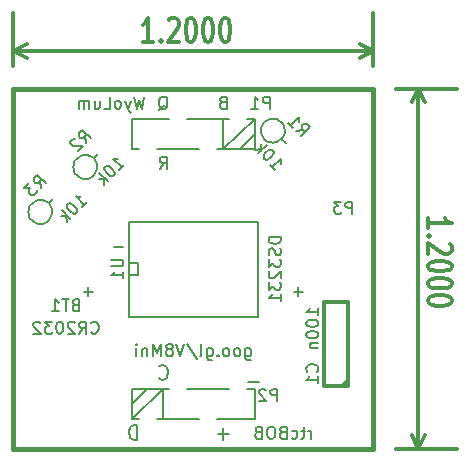
<source format=gbo>
G04 (created by PCBNEW-RS274X (2010-05-05 BZR 2356)-stable) date 12/23/10 16:21:38*
G01*
G70*
G90*
%MOIN*%
G04 Gerber Fmt 3.4, Leading zero omitted, Abs format*
%FSLAX34Y34*%
G04 APERTURE LIST*
%ADD10C,0.005000*%
%ADD11C,0.006000*%
%ADD12C,0.012000*%
%ADD13C,0.015000*%
%ADD14C,0.008000*%
%ADD15C,0.007500*%
G04 APERTURE END LIST*
G54D10*
G54D11*
X17733Y-18645D02*
X17733Y-18969D01*
X17752Y-19007D01*
X17771Y-19026D01*
X17810Y-19045D01*
X17867Y-19045D01*
X17905Y-19026D01*
X17733Y-18893D02*
X17771Y-18912D01*
X17848Y-18912D01*
X17886Y-18893D01*
X17905Y-18874D01*
X17924Y-18836D01*
X17924Y-18721D01*
X17905Y-18683D01*
X17886Y-18664D01*
X17848Y-18645D01*
X17771Y-18645D01*
X17733Y-18664D01*
X17486Y-18912D02*
X17524Y-18893D01*
X17543Y-18874D01*
X17562Y-18836D01*
X17562Y-18721D01*
X17543Y-18683D01*
X17524Y-18664D01*
X17486Y-18645D01*
X17428Y-18645D01*
X17390Y-18664D01*
X17371Y-18683D01*
X17352Y-18721D01*
X17352Y-18836D01*
X17371Y-18874D01*
X17390Y-18893D01*
X17428Y-18912D01*
X17486Y-18912D01*
X17124Y-18912D02*
X17162Y-18893D01*
X17181Y-18874D01*
X17200Y-18836D01*
X17200Y-18721D01*
X17181Y-18683D01*
X17162Y-18664D01*
X17124Y-18645D01*
X17066Y-18645D01*
X17028Y-18664D01*
X17009Y-18683D01*
X16990Y-18721D01*
X16990Y-18836D01*
X17009Y-18874D01*
X17028Y-18893D01*
X17066Y-18912D01*
X17124Y-18912D01*
X16819Y-18874D02*
X16800Y-18893D01*
X16819Y-18912D01*
X16838Y-18893D01*
X16819Y-18874D01*
X16819Y-18912D01*
X16457Y-18645D02*
X16457Y-18969D01*
X16476Y-19007D01*
X16495Y-19026D01*
X16534Y-19045D01*
X16591Y-19045D01*
X16629Y-19026D01*
X16457Y-18893D02*
X16495Y-18912D01*
X16572Y-18912D01*
X16610Y-18893D01*
X16629Y-18874D01*
X16648Y-18836D01*
X16648Y-18721D01*
X16629Y-18683D01*
X16610Y-18664D01*
X16572Y-18645D01*
X16495Y-18645D01*
X16457Y-18664D01*
X16210Y-18912D02*
X16248Y-18893D01*
X16267Y-18855D01*
X16267Y-18512D01*
X15771Y-18493D02*
X16114Y-19007D01*
X15695Y-18512D02*
X15562Y-18912D01*
X15428Y-18512D01*
X15238Y-18683D02*
X15276Y-18664D01*
X15295Y-18645D01*
X15314Y-18607D01*
X15314Y-18588D01*
X15295Y-18550D01*
X15276Y-18531D01*
X15238Y-18512D01*
X15161Y-18512D01*
X15123Y-18531D01*
X15104Y-18550D01*
X15085Y-18588D01*
X15085Y-18607D01*
X15104Y-18645D01*
X15123Y-18664D01*
X15161Y-18683D01*
X15238Y-18683D01*
X15276Y-18702D01*
X15295Y-18721D01*
X15314Y-18760D01*
X15314Y-18836D01*
X15295Y-18874D01*
X15276Y-18893D01*
X15238Y-18912D01*
X15161Y-18912D01*
X15123Y-18893D01*
X15104Y-18874D01*
X15085Y-18836D01*
X15085Y-18760D01*
X15104Y-18721D01*
X15123Y-18702D01*
X15161Y-18683D01*
X14914Y-18912D02*
X14914Y-18512D01*
X14780Y-18798D01*
X14647Y-18512D01*
X14647Y-18912D01*
X14457Y-18645D02*
X14457Y-18912D01*
X14457Y-18683D02*
X14438Y-18664D01*
X14400Y-18645D01*
X14342Y-18645D01*
X14304Y-18664D01*
X14285Y-18702D01*
X14285Y-18912D01*
X14095Y-18912D02*
X14095Y-18645D01*
X14095Y-18512D02*
X14114Y-18531D01*
X14095Y-18550D01*
X14076Y-18531D01*
X14095Y-18512D01*
X14095Y-18550D01*
G54D12*
X23815Y-14658D02*
X23815Y-14315D01*
X23815Y-14487D02*
X24615Y-14487D01*
X24501Y-14430D01*
X24425Y-14372D01*
X24387Y-14315D01*
X23891Y-14915D02*
X23853Y-14943D01*
X23815Y-14915D01*
X23853Y-14886D01*
X23891Y-14915D01*
X23815Y-14915D01*
X24539Y-15172D02*
X24577Y-15201D01*
X24615Y-15258D01*
X24615Y-15401D01*
X24577Y-15458D01*
X24539Y-15487D01*
X24463Y-15515D01*
X24387Y-15515D01*
X24272Y-15487D01*
X23815Y-15144D01*
X23815Y-15515D01*
X24615Y-15886D02*
X24615Y-15943D01*
X24577Y-16000D01*
X24539Y-16029D01*
X24463Y-16058D01*
X24310Y-16086D01*
X24120Y-16086D01*
X23968Y-16058D01*
X23891Y-16029D01*
X23853Y-16000D01*
X23815Y-15943D01*
X23815Y-15886D01*
X23853Y-15829D01*
X23891Y-15800D01*
X23968Y-15772D01*
X24120Y-15743D01*
X24310Y-15743D01*
X24463Y-15772D01*
X24539Y-15800D01*
X24577Y-15829D01*
X24615Y-15886D01*
X24615Y-16457D02*
X24615Y-16514D01*
X24577Y-16571D01*
X24539Y-16600D01*
X24463Y-16629D01*
X24310Y-16657D01*
X24120Y-16657D01*
X23968Y-16629D01*
X23891Y-16600D01*
X23853Y-16571D01*
X23815Y-16514D01*
X23815Y-16457D01*
X23853Y-16400D01*
X23891Y-16371D01*
X23968Y-16343D01*
X24120Y-16314D01*
X24310Y-16314D01*
X24463Y-16343D01*
X24539Y-16371D01*
X24577Y-16400D01*
X24615Y-16457D01*
X24615Y-17028D02*
X24615Y-17085D01*
X24577Y-17142D01*
X24539Y-17171D01*
X24463Y-17200D01*
X24310Y-17228D01*
X24120Y-17228D01*
X23968Y-17200D01*
X23891Y-17171D01*
X23853Y-17142D01*
X23815Y-17085D01*
X23815Y-17028D01*
X23853Y-16971D01*
X23891Y-16942D01*
X23968Y-16914D01*
X24120Y-16885D01*
X24310Y-16885D01*
X24463Y-16914D01*
X24539Y-16942D01*
X24577Y-16971D01*
X24615Y-17028D01*
X23499Y-10000D02*
X23499Y-22000D01*
X22750Y-10000D02*
X24779Y-10000D01*
X22750Y-22000D02*
X24779Y-22000D01*
X23499Y-22000D02*
X23269Y-21557D01*
X23499Y-22000D02*
X23729Y-21557D01*
X23499Y-10000D02*
X23269Y-10443D01*
X23499Y-10000D02*
X23729Y-10443D01*
X14658Y-08435D02*
X14315Y-08435D01*
X14487Y-08435D02*
X14487Y-07635D01*
X14430Y-07749D01*
X14372Y-07825D01*
X14315Y-07863D01*
X14915Y-08359D02*
X14943Y-08397D01*
X14915Y-08435D01*
X14886Y-08397D01*
X14915Y-08359D01*
X14915Y-08435D01*
X15172Y-07711D02*
X15201Y-07673D01*
X15258Y-07635D01*
X15401Y-07635D01*
X15458Y-07673D01*
X15487Y-07711D01*
X15515Y-07787D01*
X15515Y-07863D01*
X15487Y-07978D01*
X15144Y-08435D01*
X15515Y-08435D01*
X15886Y-07635D02*
X15943Y-07635D01*
X16000Y-07673D01*
X16029Y-07711D01*
X16058Y-07787D01*
X16086Y-07940D01*
X16086Y-08130D01*
X16058Y-08282D01*
X16029Y-08359D01*
X16000Y-08397D01*
X15943Y-08435D01*
X15886Y-08435D01*
X15829Y-08397D01*
X15800Y-08359D01*
X15772Y-08282D01*
X15743Y-08130D01*
X15743Y-07940D01*
X15772Y-07787D01*
X15800Y-07711D01*
X15829Y-07673D01*
X15886Y-07635D01*
X16457Y-07635D02*
X16514Y-07635D01*
X16571Y-07673D01*
X16600Y-07711D01*
X16629Y-07787D01*
X16657Y-07940D01*
X16657Y-08130D01*
X16629Y-08282D01*
X16600Y-08359D01*
X16571Y-08397D01*
X16514Y-08435D01*
X16457Y-08435D01*
X16400Y-08397D01*
X16371Y-08359D01*
X16343Y-08282D01*
X16314Y-08130D01*
X16314Y-07940D01*
X16343Y-07787D01*
X16371Y-07711D01*
X16400Y-07673D01*
X16457Y-07635D01*
X17028Y-07635D02*
X17085Y-07635D01*
X17142Y-07673D01*
X17171Y-07711D01*
X17200Y-07787D01*
X17228Y-07940D01*
X17228Y-08130D01*
X17200Y-08282D01*
X17171Y-08359D01*
X17142Y-08397D01*
X17085Y-08435D01*
X17028Y-08435D01*
X16971Y-08397D01*
X16942Y-08359D01*
X16914Y-08282D01*
X16885Y-08130D01*
X16885Y-07940D01*
X16914Y-07787D01*
X16942Y-07711D01*
X16971Y-07673D01*
X17028Y-07635D01*
X10000Y-08751D02*
X22000Y-08751D01*
X10000Y-09250D02*
X10000Y-07471D01*
X22000Y-09250D02*
X22000Y-07471D01*
X22000Y-08751D02*
X21557Y-08981D01*
X22000Y-08751D02*
X21557Y-08521D01*
X10000Y-08751D02*
X10443Y-08981D01*
X10000Y-08751D02*
X10443Y-08521D01*
G54D11*
X21295Y-14162D02*
X21295Y-13762D01*
X21142Y-13762D01*
X21104Y-13781D01*
X21085Y-13800D01*
X21066Y-13838D01*
X21066Y-13895D01*
X21085Y-13933D01*
X21104Y-13952D01*
X21142Y-13971D01*
X21295Y-13971D01*
X20933Y-13762D02*
X20685Y-13762D01*
X20819Y-13914D01*
X20761Y-13914D01*
X20723Y-13933D01*
X20704Y-13952D01*
X20685Y-13990D01*
X20685Y-14086D01*
X20704Y-14124D01*
X20723Y-14143D01*
X20761Y-14162D01*
X20876Y-14162D01*
X20914Y-14143D01*
X20933Y-14124D01*
X13652Y-15260D02*
X13347Y-15260D01*
X19652Y-16760D02*
X19347Y-16760D01*
X19499Y-16912D02*
X19499Y-16607D01*
X12652Y-16760D02*
X12347Y-16760D01*
X12499Y-16912D02*
X12499Y-16607D01*
X12588Y-18124D02*
X12607Y-18143D01*
X12664Y-18162D01*
X12702Y-18162D01*
X12760Y-18143D01*
X12798Y-18105D01*
X12817Y-18067D01*
X12836Y-17990D01*
X12836Y-17933D01*
X12817Y-17857D01*
X12798Y-17819D01*
X12760Y-17781D01*
X12702Y-17762D01*
X12664Y-17762D01*
X12607Y-17781D01*
X12588Y-17800D01*
X12188Y-18162D02*
X12322Y-17971D01*
X12417Y-18162D02*
X12417Y-17762D01*
X12264Y-17762D01*
X12226Y-17781D01*
X12207Y-17800D01*
X12188Y-17838D01*
X12188Y-17895D01*
X12207Y-17933D01*
X12226Y-17952D01*
X12264Y-17971D01*
X12417Y-17971D01*
X12036Y-17800D02*
X12017Y-17781D01*
X11979Y-17762D01*
X11883Y-17762D01*
X11845Y-17781D01*
X11826Y-17800D01*
X11807Y-17838D01*
X11807Y-17876D01*
X11826Y-17933D01*
X12055Y-18162D01*
X11807Y-18162D01*
X11560Y-17762D02*
X11521Y-17762D01*
X11483Y-17781D01*
X11464Y-17800D01*
X11445Y-17838D01*
X11426Y-17914D01*
X11426Y-18010D01*
X11445Y-18086D01*
X11464Y-18124D01*
X11483Y-18143D01*
X11521Y-18162D01*
X11560Y-18162D01*
X11598Y-18143D01*
X11617Y-18124D01*
X11636Y-18086D01*
X11655Y-18010D01*
X11655Y-17914D01*
X11636Y-17838D01*
X11617Y-17800D01*
X11598Y-17781D01*
X11560Y-17762D01*
X11293Y-17762D02*
X11045Y-17762D01*
X11179Y-17914D01*
X11121Y-17914D01*
X11083Y-17933D01*
X11064Y-17952D01*
X11045Y-17990D01*
X11045Y-18086D01*
X11064Y-18124D01*
X11083Y-18143D01*
X11121Y-18162D01*
X11236Y-18162D01*
X11274Y-18143D01*
X11293Y-18124D01*
X10893Y-17800D02*
X10874Y-17781D01*
X10836Y-17762D01*
X10740Y-17762D01*
X10702Y-17781D01*
X10683Y-17800D01*
X10664Y-17838D01*
X10664Y-17876D01*
X10683Y-17933D01*
X10912Y-18162D01*
X10664Y-18162D01*
X12064Y-17202D02*
X12007Y-17221D01*
X11988Y-17240D01*
X11969Y-17279D01*
X11969Y-17336D01*
X11988Y-17374D01*
X12007Y-17393D01*
X12045Y-17412D01*
X12198Y-17412D01*
X12198Y-17012D01*
X12064Y-17012D01*
X12026Y-17031D01*
X12007Y-17050D01*
X11988Y-17088D01*
X11988Y-17126D01*
X12007Y-17164D01*
X12026Y-17183D01*
X12064Y-17202D01*
X12198Y-17202D01*
X11855Y-17012D02*
X11626Y-17012D01*
X11741Y-17412D02*
X11741Y-17012D01*
X11283Y-17412D02*
X11512Y-17412D01*
X11398Y-17412D02*
X11398Y-17012D01*
X11436Y-17069D01*
X11474Y-17107D01*
X11512Y-17126D01*
G54D13*
X10000Y-22000D02*
X10000Y-10000D01*
X22000Y-22000D02*
X10000Y-22000D01*
X22000Y-10000D02*
X22000Y-22000D01*
X10000Y-10000D02*
X22000Y-10000D01*
G54D11*
X14364Y-10262D02*
X14269Y-10662D01*
X14192Y-10376D01*
X14116Y-10662D01*
X14021Y-10262D01*
X13907Y-10395D02*
X13812Y-10662D01*
X13716Y-10395D02*
X13812Y-10662D01*
X13850Y-10757D01*
X13869Y-10776D01*
X13907Y-10795D01*
X13507Y-10662D02*
X13545Y-10643D01*
X13564Y-10624D01*
X13583Y-10586D01*
X13583Y-10471D01*
X13564Y-10433D01*
X13545Y-10414D01*
X13507Y-10395D01*
X13449Y-10395D01*
X13411Y-10414D01*
X13392Y-10433D01*
X13373Y-10471D01*
X13373Y-10586D01*
X13392Y-10624D01*
X13411Y-10643D01*
X13449Y-10662D01*
X13507Y-10662D01*
X13011Y-10662D02*
X13202Y-10662D01*
X13202Y-10262D01*
X12706Y-10395D02*
X12706Y-10662D01*
X12878Y-10395D02*
X12878Y-10605D01*
X12859Y-10643D01*
X12821Y-10662D01*
X12763Y-10662D01*
X12725Y-10643D01*
X12706Y-10624D01*
X12516Y-10662D02*
X12516Y-10395D01*
X12516Y-10433D02*
X12497Y-10414D01*
X12459Y-10395D01*
X12401Y-10395D01*
X12363Y-10414D01*
X12344Y-10452D01*
X12344Y-10662D01*
X12344Y-10452D02*
X12325Y-10414D01*
X12287Y-10395D01*
X12230Y-10395D01*
X12192Y-10414D01*
X12173Y-10452D01*
X12173Y-10662D01*
X19924Y-21662D02*
X19924Y-21395D01*
X19924Y-21471D02*
X19905Y-21433D01*
X19886Y-21414D01*
X19848Y-21395D01*
X19809Y-21395D01*
X19733Y-21395D02*
X19581Y-21395D01*
X19676Y-21262D02*
X19676Y-21605D01*
X19657Y-21643D01*
X19619Y-21662D01*
X19581Y-21662D01*
X19275Y-21643D02*
X19313Y-21662D01*
X19390Y-21662D01*
X19428Y-21643D01*
X19447Y-21624D01*
X19466Y-21586D01*
X19466Y-21471D01*
X19447Y-21433D01*
X19428Y-21414D01*
X19390Y-21395D01*
X19313Y-21395D01*
X19275Y-21414D01*
X18970Y-21452D02*
X18913Y-21471D01*
X18894Y-21490D01*
X18875Y-21529D01*
X18875Y-21586D01*
X18894Y-21624D01*
X18913Y-21643D01*
X18951Y-21662D01*
X19104Y-21662D01*
X19104Y-21262D01*
X18970Y-21262D01*
X18932Y-21281D01*
X18913Y-21300D01*
X18894Y-21338D01*
X18894Y-21376D01*
X18913Y-21414D01*
X18932Y-21433D01*
X18970Y-21452D01*
X19104Y-21452D01*
X18628Y-21262D02*
X18551Y-21262D01*
X18513Y-21281D01*
X18475Y-21319D01*
X18456Y-21395D01*
X18456Y-21529D01*
X18475Y-21605D01*
X18513Y-21643D01*
X18551Y-21662D01*
X18628Y-21662D01*
X18666Y-21643D01*
X18704Y-21605D01*
X18723Y-21529D01*
X18723Y-21395D01*
X18704Y-21319D01*
X18666Y-21281D01*
X18628Y-21262D01*
X18151Y-21452D02*
X18094Y-21471D01*
X18075Y-21490D01*
X18056Y-21529D01*
X18056Y-21586D01*
X18075Y-21624D01*
X18094Y-21643D01*
X18132Y-21662D01*
X18285Y-21662D01*
X18285Y-21262D01*
X18151Y-21262D01*
X18113Y-21281D01*
X18094Y-21300D01*
X18075Y-21338D01*
X18075Y-21376D01*
X18094Y-21414D01*
X18113Y-21433D01*
X18151Y-21452D01*
X18285Y-21452D01*
X16971Y-10452D02*
X16914Y-10471D01*
X16895Y-10490D01*
X16876Y-10529D01*
X16876Y-10586D01*
X16895Y-10624D01*
X16914Y-10643D01*
X16952Y-10662D01*
X17105Y-10662D01*
X17105Y-10262D01*
X16971Y-10262D01*
X16933Y-10281D01*
X16914Y-10300D01*
X16895Y-10338D01*
X16895Y-10376D01*
X16914Y-10414D01*
X16933Y-10433D01*
X16971Y-10452D01*
X17105Y-10452D01*
X14847Y-10700D02*
X14885Y-10681D01*
X14923Y-10643D01*
X14980Y-10586D01*
X15019Y-10567D01*
X15057Y-10567D01*
X15038Y-10662D02*
X15076Y-10643D01*
X15114Y-10605D01*
X15133Y-10529D01*
X15133Y-10395D01*
X15114Y-10319D01*
X15076Y-10281D01*
X15038Y-10262D01*
X14961Y-10262D01*
X14923Y-10281D01*
X14885Y-10319D01*
X14866Y-10395D01*
X14866Y-10529D01*
X14885Y-10605D01*
X14923Y-10643D01*
X14961Y-10662D01*
X15038Y-10662D01*
X14876Y-12662D02*
X15010Y-12471D01*
X15105Y-12662D02*
X15105Y-12262D01*
X14952Y-12262D01*
X14914Y-12281D01*
X14895Y-12300D01*
X14876Y-12338D01*
X14876Y-12395D01*
X14895Y-12433D01*
X14914Y-12452D01*
X14952Y-12471D01*
X15105Y-12471D01*
G54D14*
X18190Y-19762D02*
X17809Y-19762D01*
X17190Y-21512D02*
X16809Y-21512D01*
X16999Y-21702D02*
X16999Y-21321D01*
X14845Y-19655D02*
X14869Y-19679D01*
X14940Y-19702D01*
X14988Y-19702D01*
X15060Y-19679D01*
X15107Y-19631D01*
X15131Y-19583D01*
X15155Y-19488D01*
X15155Y-19417D01*
X15131Y-19321D01*
X15107Y-19274D01*
X15060Y-19226D01*
X14988Y-19202D01*
X14940Y-19202D01*
X14869Y-19226D01*
X14845Y-19250D01*
X14131Y-21702D02*
X14131Y-21202D01*
X14012Y-21202D01*
X13940Y-21226D01*
X13893Y-21274D01*
X13869Y-21321D01*
X13845Y-21417D01*
X13845Y-21488D01*
X13869Y-21583D01*
X13893Y-21631D01*
X13940Y-21679D01*
X14012Y-21702D01*
X14131Y-21702D01*
G54D12*
X21150Y-19900D02*
X21150Y-17100D01*
X21150Y-17100D02*
X20350Y-17100D01*
X20350Y-17100D02*
X20350Y-19900D01*
X20350Y-19900D02*
X21150Y-19900D01*
X20950Y-19900D02*
X21150Y-19700D01*
G54D15*
X18929Y-11679D02*
X19071Y-11821D01*
X19044Y-11396D02*
X19036Y-11473D01*
X19013Y-11547D01*
X18977Y-11616D01*
X18928Y-11676D01*
X18868Y-11725D01*
X18800Y-11762D01*
X18726Y-11785D01*
X18648Y-11793D01*
X18572Y-11786D01*
X18497Y-11765D01*
X18429Y-11729D01*
X18368Y-11680D01*
X18318Y-11620D01*
X18281Y-11552D01*
X18257Y-11478D01*
X18249Y-11401D01*
X18255Y-11325D01*
X18276Y-11250D01*
X18312Y-11181D01*
X18360Y-11120D01*
X18419Y-11070D01*
X18487Y-11032D01*
X18561Y-11008D01*
X18638Y-10999D01*
X18715Y-11005D01*
X18789Y-11025D01*
X18859Y-11060D01*
X18920Y-11108D01*
X18971Y-11167D01*
X19009Y-11235D01*
X19034Y-11308D01*
X19043Y-11385D01*
X19044Y-11396D01*
X12679Y-12321D02*
X12821Y-12179D01*
X12794Y-12604D02*
X12786Y-12681D01*
X12763Y-12755D01*
X12727Y-12824D01*
X12678Y-12884D01*
X12618Y-12933D01*
X12550Y-12970D01*
X12476Y-12993D01*
X12398Y-13001D01*
X12322Y-12994D01*
X12247Y-12973D01*
X12179Y-12937D01*
X12118Y-12888D01*
X12068Y-12828D01*
X12031Y-12760D01*
X12007Y-12686D01*
X11999Y-12609D01*
X12005Y-12533D01*
X12026Y-12458D01*
X12062Y-12389D01*
X12110Y-12328D01*
X12169Y-12278D01*
X12237Y-12240D01*
X12311Y-12216D01*
X12388Y-12207D01*
X12465Y-12213D01*
X12539Y-12233D01*
X12609Y-12268D01*
X12670Y-12316D01*
X12721Y-12375D01*
X12759Y-12443D01*
X12784Y-12516D01*
X12793Y-12593D01*
X12794Y-12604D01*
X11179Y-13821D02*
X11321Y-13679D01*
X11294Y-14104D02*
X11286Y-14181D01*
X11263Y-14255D01*
X11227Y-14324D01*
X11178Y-14384D01*
X11118Y-14433D01*
X11050Y-14470D01*
X10976Y-14493D01*
X10898Y-14501D01*
X10822Y-14494D01*
X10747Y-14473D01*
X10679Y-14437D01*
X10618Y-14388D01*
X10568Y-14328D01*
X10531Y-14260D01*
X10507Y-14186D01*
X10499Y-14109D01*
X10505Y-14033D01*
X10526Y-13958D01*
X10562Y-13889D01*
X10610Y-13828D01*
X10669Y-13778D01*
X10737Y-13740D01*
X10811Y-13716D01*
X10888Y-13707D01*
X10965Y-13713D01*
X11039Y-13733D01*
X11109Y-13768D01*
X11170Y-13816D01*
X11221Y-13875D01*
X11259Y-13943D01*
X11284Y-14016D01*
X11293Y-14093D01*
X11294Y-14104D01*
G54D14*
X13850Y-14450D02*
X13850Y-17600D01*
X18150Y-17600D02*
X18150Y-14450D01*
X13850Y-17600D02*
X18150Y-17600D01*
X18150Y-14450D02*
X13850Y-14450D01*
X13850Y-16200D02*
X14150Y-16200D01*
X14150Y-16200D02*
X14150Y-15800D01*
X14150Y-15800D02*
X13850Y-15800D01*
G54D15*
X18050Y-11500D02*
X17550Y-12000D01*
X18050Y-11000D02*
X17000Y-12000D01*
X17000Y-11000D02*
X17000Y-12000D01*
X13950Y-11000D02*
X15200Y-11000D01*
X17200Y-11000D02*
X15800Y-11000D01*
X18050Y-11000D02*
X17800Y-11000D01*
X14200Y-12000D02*
X13950Y-12000D01*
X16200Y-12000D02*
X14800Y-12000D01*
X18050Y-12000D02*
X16800Y-12000D01*
X13950Y-12000D02*
X13950Y-11000D01*
X18050Y-11000D02*
X18050Y-12000D01*
X13950Y-20500D02*
X14450Y-20000D01*
X13950Y-21000D02*
X15000Y-20000D01*
X15000Y-21000D02*
X15000Y-20000D01*
X18050Y-21000D02*
X16800Y-21000D01*
X14800Y-21000D02*
X16200Y-21000D01*
X13950Y-21000D02*
X14200Y-21000D01*
X17800Y-20000D02*
X18050Y-20000D01*
X15800Y-20000D02*
X17200Y-20000D01*
X13950Y-20000D02*
X15200Y-20000D01*
X18050Y-20000D02*
X18050Y-21000D01*
X13950Y-21000D02*
X13950Y-20000D01*
G54D14*
X20124Y-19434D02*
X20143Y-19415D01*
X20162Y-19358D01*
X20162Y-19320D01*
X20143Y-19262D01*
X20105Y-19224D01*
X20067Y-19205D01*
X19990Y-19186D01*
X19933Y-19186D01*
X19857Y-19205D01*
X19819Y-19224D01*
X19781Y-19262D01*
X19762Y-19320D01*
X19762Y-19358D01*
X19781Y-19415D01*
X19800Y-19434D01*
X20162Y-19815D02*
X20162Y-19586D01*
X20162Y-19700D02*
X19762Y-19700D01*
X19819Y-19662D01*
X19857Y-19624D01*
X19876Y-19586D01*
X20162Y-17553D02*
X20162Y-17324D01*
X20162Y-17438D02*
X19762Y-17438D01*
X19819Y-17400D01*
X19857Y-17362D01*
X19876Y-17324D01*
X19762Y-17800D02*
X19762Y-17839D01*
X19781Y-17877D01*
X19800Y-17896D01*
X19838Y-17915D01*
X19914Y-17934D01*
X20010Y-17934D01*
X20086Y-17915D01*
X20124Y-17896D01*
X20143Y-17877D01*
X20162Y-17839D01*
X20162Y-17800D01*
X20143Y-17762D01*
X20124Y-17743D01*
X20086Y-17724D01*
X20010Y-17705D01*
X19914Y-17705D01*
X19838Y-17724D01*
X19800Y-17743D01*
X19781Y-17762D01*
X19762Y-17800D01*
X19762Y-18181D02*
X19762Y-18220D01*
X19781Y-18258D01*
X19800Y-18277D01*
X19838Y-18296D01*
X19914Y-18315D01*
X20010Y-18315D01*
X20086Y-18296D01*
X20124Y-18277D01*
X20143Y-18258D01*
X20162Y-18220D01*
X20162Y-18181D01*
X20143Y-18143D01*
X20124Y-18124D01*
X20086Y-18105D01*
X20010Y-18086D01*
X19914Y-18086D01*
X19838Y-18105D01*
X19800Y-18124D01*
X19781Y-18143D01*
X19762Y-18181D01*
X19895Y-18486D02*
X20162Y-18486D01*
X19933Y-18486D02*
X19914Y-18505D01*
X19895Y-18543D01*
X19895Y-18601D01*
X19914Y-18639D01*
X19952Y-18658D01*
X20162Y-18658D01*
G54D11*
X19432Y-11411D02*
X19662Y-11371D01*
X19594Y-11573D02*
X19877Y-11290D01*
X19769Y-11182D01*
X19728Y-11169D01*
X19702Y-11169D01*
X19661Y-11182D01*
X19621Y-11222D01*
X19607Y-11263D01*
X19607Y-11290D01*
X19621Y-11330D01*
X19729Y-11438D01*
X19163Y-11142D02*
X19325Y-11304D01*
X19244Y-11223D02*
X19527Y-10940D01*
X19513Y-11007D01*
X19513Y-11061D01*
X19527Y-11102D01*
X18554Y-12533D02*
X18716Y-12695D01*
X18635Y-12614D02*
X18918Y-12331D01*
X18904Y-12398D01*
X18904Y-12452D01*
X18918Y-12493D01*
X18662Y-12075D02*
X18634Y-12048D01*
X18594Y-12034D01*
X18567Y-12034D01*
X18527Y-12048D01*
X18460Y-12088D01*
X18392Y-12156D01*
X18352Y-12223D01*
X18338Y-12263D01*
X18338Y-12290D01*
X18352Y-12331D01*
X18379Y-12358D01*
X18419Y-12372D01*
X18446Y-12372D01*
X18487Y-12358D01*
X18554Y-12318D01*
X18622Y-12250D01*
X18662Y-12183D01*
X18675Y-12143D01*
X18675Y-12116D01*
X18662Y-12075D01*
X18163Y-12143D02*
X18446Y-11860D01*
X18244Y-12008D02*
X18055Y-12034D01*
X18244Y-11846D02*
X18244Y-12062D01*
X12411Y-11818D02*
X12371Y-11588D01*
X12573Y-11656D02*
X12290Y-11373D01*
X12182Y-11481D01*
X12169Y-11522D01*
X12169Y-11548D01*
X12182Y-11589D01*
X12222Y-11629D01*
X12263Y-11643D01*
X12290Y-11643D01*
X12330Y-11629D01*
X12438Y-11521D01*
X12048Y-11669D02*
X12021Y-11669D01*
X11981Y-11683D01*
X11913Y-11751D01*
X11899Y-11791D01*
X11899Y-11818D01*
X11913Y-11858D01*
X11940Y-11885D01*
X11993Y-11912D01*
X12317Y-11912D01*
X12142Y-12087D01*
X13533Y-12696D02*
X13695Y-12534D01*
X13614Y-12615D02*
X13331Y-12332D01*
X13398Y-12346D01*
X13452Y-12346D01*
X13493Y-12332D01*
X13075Y-12588D02*
X13048Y-12616D01*
X13034Y-12656D01*
X13034Y-12683D01*
X13048Y-12723D01*
X13088Y-12790D01*
X13156Y-12858D01*
X13223Y-12898D01*
X13263Y-12912D01*
X13290Y-12912D01*
X13331Y-12898D01*
X13358Y-12871D01*
X13372Y-12831D01*
X13372Y-12804D01*
X13358Y-12763D01*
X13318Y-12696D01*
X13250Y-12628D01*
X13183Y-12588D01*
X13143Y-12575D01*
X13116Y-12575D01*
X13075Y-12588D01*
X13143Y-13087D02*
X12860Y-12804D01*
X13008Y-13006D02*
X13034Y-13195D01*
X12846Y-13006D02*
X13062Y-13006D01*
X10911Y-13318D02*
X10871Y-13088D01*
X11073Y-13156D02*
X10790Y-12873D01*
X10682Y-12981D01*
X10669Y-13022D01*
X10669Y-13048D01*
X10682Y-13089D01*
X10722Y-13129D01*
X10763Y-13143D01*
X10790Y-13143D01*
X10830Y-13129D01*
X10938Y-13021D01*
X10534Y-13129D02*
X10359Y-13304D01*
X10561Y-13317D01*
X10520Y-13358D01*
X10507Y-13398D01*
X10507Y-13425D01*
X10520Y-13466D01*
X10588Y-13534D01*
X10628Y-13547D01*
X10655Y-13547D01*
X10696Y-13534D01*
X10777Y-13452D01*
X10790Y-13412D01*
X10790Y-13385D01*
X12283Y-13946D02*
X12445Y-13784D01*
X12364Y-13865D02*
X12081Y-13582D01*
X12148Y-13596D01*
X12202Y-13596D01*
X12243Y-13582D01*
X11825Y-13838D02*
X11798Y-13866D01*
X11784Y-13906D01*
X11784Y-13933D01*
X11798Y-13973D01*
X11838Y-14040D01*
X11906Y-14108D01*
X11973Y-14148D01*
X12013Y-14162D01*
X12040Y-14162D01*
X12081Y-14148D01*
X12108Y-14121D01*
X12122Y-14081D01*
X12122Y-14054D01*
X12108Y-14013D01*
X12068Y-13946D01*
X12000Y-13878D01*
X11933Y-13838D01*
X11893Y-13825D01*
X11866Y-13825D01*
X11825Y-13838D01*
X11893Y-14337D02*
X11610Y-14054D01*
X11758Y-14256D02*
X11784Y-14445D01*
X11596Y-14256D02*
X11812Y-14256D01*
X13262Y-15695D02*
X13586Y-15695D01*
X13624Y-15714D01*
X13643Y-15733D01*
X13662Y-15771D01*
X13662Y-15848D01*
X13643Y-15886D01*
X13624Y-15905D01*
X13586Y-15924D01*
X13262Y-15924D01*
X13662Y-16324D02*
X13662Y-16095D01*
X13662Y-16209D02*
X13262Y-16209D01*
X13319Y-16171D01*
X13357Y-16133D01*
X13376Y-16095D01*
X18912Y-14943D02*
X18512Y-14943D01*
X18512Y-15038D01*
X18531Y-15096D01*
X18569Y-15134D01*
X18607Y-15153D01*
X18683Y-15172D01*
X18740Y-15172D01*
X18817Y-15153D01*
X18855Y-15134D01*
X18893Y-15096D01*
X18912Y-15038D01*
X18912Y-14943D01*
X18893Y-15324D02*
X18912Y-15381D01*
X18912Y-15477D01*
X18893Y-15515D01*
X18874Y-15534D01*
X18836Y-15553D01*
X18798Y-15553D01*
X18760Y-15534D01*
X18740Y-15515D01*
X18721Y-15477D01*
X18702Y-15400D01*
X18683Y-15362D01*
X18664Y-15343D01*
X18626Y-15324D01*
X18588Y-15324D01*
X18550Y-15343D01*
X18531Y-15362D01*
X18512Y-15400D01*
X18512Y-15496D01*
X18531Y-15553D01*
X18512Y-15686D02*
X18512Y-15934D01*
X18664Y-15800D01*
X18664Y-15858D01*
X18683Y-15896D01*
X18702Y-15915D01*
X18740Y-15934D01*
X18836Y-15934D01*
X18874Y-15915D01*
X18893Y-15896D01*
X18912Y-15858D01*
X18912Y-15743D01*
X18893Y-15705D01*
X18874Y-15686D01*
X18550Y-16086D02*
X18531Y-16105D01*
X18512Y-16143D01*
X18512Y-16239D01*
X18531Y-16277D01*
X18550Y-16296D01*
X18588Y-16315D01*
X18626Y-16315D01*
X18683Y-16296D01*
X18912Y-16067D01*
X18912Y-16315D01*
X18512Y-16448D02*
X18512Y-16696D01*
X18664Y-16562D01*
X18664Y-16620D01*
X18683Y-16658D01*
X18702Y-16677D01*
X18740Y-16696D01*
X18836Y-16696D01*
X18874Y-16677D01*
X18893Y-16658D01*
X18912Y-16620D01*
X18912Y-16505D01*
X18893Y-16467D01*
X18874Y-16448D01*
X18912Y-17077D02*
X18912Y-16848D01*
X18912Y-16962D02*
X18512Y-16962D01*
X18569Y-16924D01*
X18607Y-16886D01*
X18626Y-16848D01*
X18545Y-10662D02*
X18545Y-10262D01*
X18392Y-10262D01*
X18354Y-10281D01*
X18335Y-10300D01*
X18316Y-10338D01*
X18316Y-10395D01*
X18335Y-10433D01*
X18354Y-10452D01*
X18392Y-10471D01*
X18545Y-10471D01*
X17935Y-10662D02*
X18164Y-10662D01*
X18050Y-10662D02*
X18050Y-10262D01*
X18088Y-10319D01*
X18126Y-10357D01*
X18164Y-10376D01*
X18795Y-20412D02*
X18795Y-20012D01*
X18642Y-20012D01*
X18604Y-20031D01*
X18585Y-20050D01*
X18566Y-20088D01*
X18566Y-20145D01*
X18585Y-20183D01*
X18604Y-20202D01*
X18642Y-20221D01*
X18795Y-20221D01*
X18414Y-20050D02*
X18395Y-20031D01*
X18357Y-20012D01*
X18261Y-20012D01*
X18223Y-20031D01*
X18204Y-20050D01*
X18185Y-20088D01*
X18185Y-20126D01*
X18204Y-20183D01*
X18433Y-20412D01*
X18185Y-20412D01*
M02*

</source>
